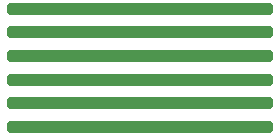
<source format=gtp>
G04 #@! TF.GenerationSoftware,KiCad,Pcbnew,7.0.7*
G04 #@! TF.CreationDate,2024-12-02T13:56:48+01:00*
G04 #@! TF.ProjectId,Finger_FSR_V1_length,46696e67-6572-45f4-9653-525f56315f6c,rev?*
G04 #@! TF.SameCoordinates,Original*
G04 #@! TF.FileFunction,Paste,Top*
G04 #@! TF.FilePolarity,Positive*
%FSLAX46Y46*%
G04 Gerber Fmt 4.6, Leading zero omitted, Abs format (unit mm)*
G04 Created by KiCad (PCBNEW 7.0.7) date 2024-12-02 13:56:48*
%MOMM*%
%LPD*%
G01*
G04 APERTURE LIST*
G04 Aperture macros list*
%AMRoundRect*
0 Rectangle with rounded corners*
0 $1 Rounding radius*
0 $2 $3 $4 $5 $6 $7 $8 $9 X,Y pos of 4 corners*
0 Add a 4 corners polygon primitive as box body*
4,1,4,$2,$3,$4,$5,$6,$7,$8,$9,$2,$3,0*
0 Add four circle primitives for the rounded corners*
1,1,$1+$1,$2,$3*
1,1,$1+$1,$4,$5*
1,1,$1+$1,$6,$7*
1,1,$1+$1,$8,$9*
0 Add four rect primitives between the rounded corners*
20,1,$1+$1,$2,$3,$4,$5,0*
20,1,$1+$1,$4,$5,$6,$7,0*
20,1,$1+$1,$6,$7,$8,$9,0*
20,1,$1+$1,$8,$9,$2,$3,0*%
G04 Aperture macros list end*
%ADD10RoundRect,0.250000X-11.000000X-0.250000X11.000000X-0.250000X11.000000X0.250000X-11.000000X0.250000X0*%
G04 APERTURE END LIST*
D10*
X134800000Y-74000000D03*
X134800000Y-76000000D03*
X134800000Y-72000000D03*
X134800000Y-80000000D03*
X134800000Y-70000000D03*
X134800000Y-78000000D03*
M02*

</source>
